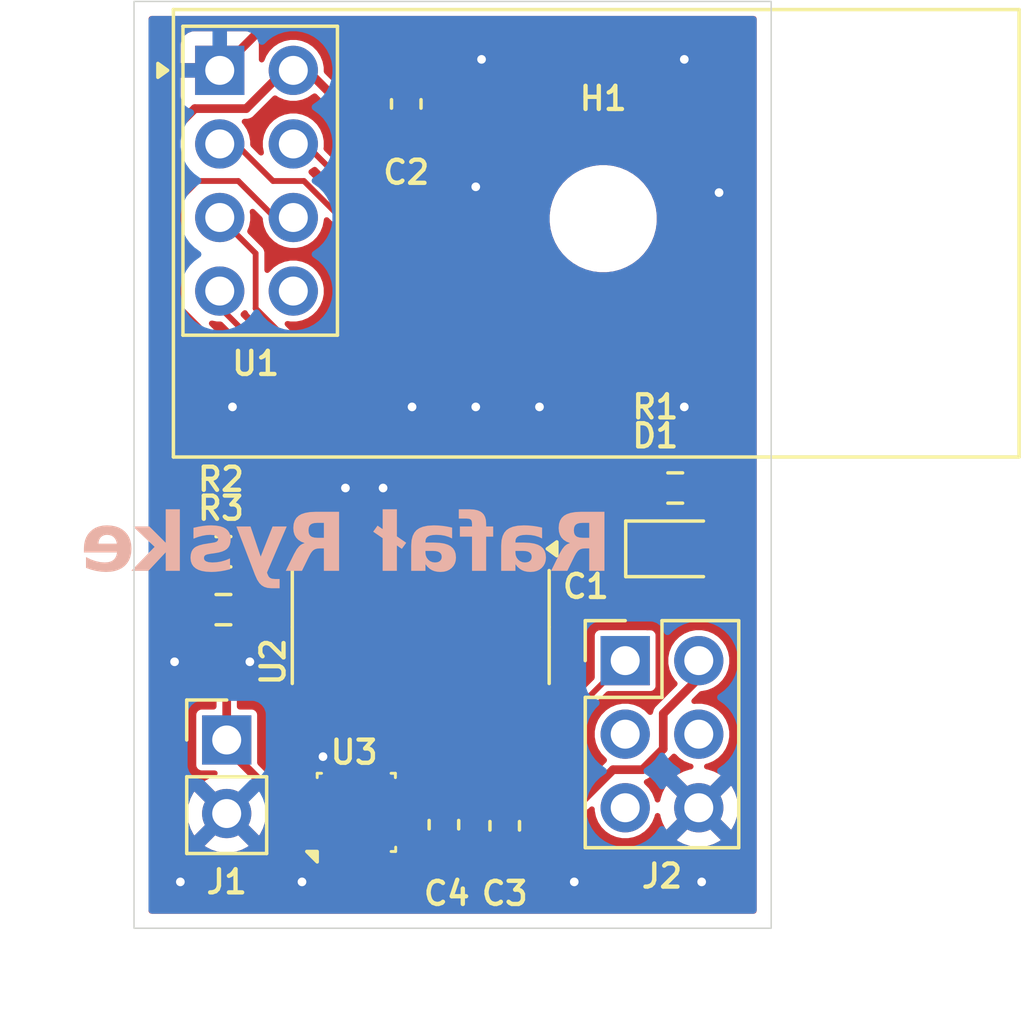
<source format=kicad_pcb>
(kicad_pcb (version 20241229) (generator "pcbnew") (generator_version "9.0")
  (layers (0 "F.Cu" signal) (2 "B.Cu" signal) (13 "F.Paste" user) (15 "B.Paste" user) (5 "F.SilkS" user "F.Silkscreen") (7 "B.SilkS" user "B.Silkscreen") (1 "F.Mask" user) (3 "B.Mask" user) (25 "Edge.Cuts" user))
  (net 0 "")
  (net 1 "GND")
  (net 2 "VDD")
  (net 5 "/UPDI")
  (net 7 "Net-(D1-A)")
  (net 8 "Net-(U2-PA6)")
  (net 9 "/BME_SCL")
  (net 10 "/BME_SDA")
  (net 11 "/CSN_CSN")
  (net 12 "/NRF_SCK")
  (net 14 "/NRF_CE")
  (net 15 "/NRF_MISO")
  (net 16 "/NRF_MOSI")
  (footprint "Connector_PinHeader_2.54mm:PinHeader_1x02_P2.54mm_Vertical" (layer "F.Cu") (at 72.2 45.5)
    (property "Reference" "J1" (at 0 4.9 0) (layer "F.SilkS") (effects (font (size 0.8 0.8))))
    (property "Value" "Zasilanie")
    (fp_line (start -1.38 -1.38) (end 0 -1.38) (stroke (width 0.12)) (layer "F.SilkS"))
    (fp_line (start -1.38 0) (end -1.38 -1.38) (stroke (width 0.12)) (layer "F.SilkS"))
    (fp_line (start -1.38 1.27) (end -1.38 3.92) (stroke (width 0.12)) (layer "F.SilkS"))
    (fp_line (start -1.38 1.27) (end 1.38 1.27) (stroke (width 0.12)) (layer "F.SilkS"))
    (fp_line (start -1.38 3.92) (end 1.38 3.92) (stroke (width 0.12)) (layer "F.SilkS"))
    (fp_line (start 1.38 1.27) (end 1.38 3.92) (stroke (width 0.12)) (layer "F.SilkS"))
    (pad "1" thru_hole rect (at 0 0) (size 1.7 1.7) (drill 1) (layers "*.Cu" "*.Mask") (net 2 "VDD"))
    (pad "2" thru_hole circle (at 0 2.54) (size 1.7 1.7) (drill 1) (layers "*.Cu" "*.Mask") (net 1 "GND"))
  )
  (footprint "LED_SMD:LED_0805_2012Metric" (layer "F.Cu") (at 87.6625 38.9)
    (property "Reference" "D1" (at -0.6625 -3.9 0) (layer "F.SilkS") (effects (font (size 0.8 0.8))))
    (property "Value" "LTST-C171KGKT")
    (fp_line (start -1.685 -0.96) (end -1.685 0.96) (stroke (width 0.12)) (layer "F.SilkS"))
    (fp_line (start -1.685 0.96) (end 1 0.96) (stroke (width 0.12)) (layer "F.SilkS"))
    (fp_line (start 1 -0.96) (end -1.685 -0.96) (stroke (width 0.12)) (layer "F.SilkS"))
    (pad "1" smd roundrect (at -0.9375 0) (size 0.975 1.4) (layers "F.Cu" "F.Mask" "F.Paste") (net 1 "GND"))
    (pad "2" smd roundrect (at 0.9375 0) (size 0.975 1.4) (layers "F.Cu" "F.Mask" "F.Paste") (net 7 "Net-(D1-A)"))
  )
  (footprint "MountingHole:MountingHole_3.2mm_M3" (layer "F.Cu") (at 85.2 27.5)
    (property "Reference" "H1" (at 0 -4.15 0) (layer "F.SilkS") (effects (font (size 0.8 0.8))))
    (property "Value" "MountingHole")
    (pad "" np_thru_hole circle (at 0 0) (size 3.2 3.2) (drill 3.2) (layers "*.Cu" "*.Mask"))
  )
  (footprint "Resistor_SMD:R_0603_1608Metric_Pad0.98x0.95mm_HandSolder" (layer "F.Cu") (at 72.0875 41 180)
    (property "Reference" "R3" (at 0.0875 3.5 0) (layer "F.SilkS") (effects (font (size 0.8 0.8))))
    (property "Value" "4k7")
    (fp_line (start -0.254724 0.5225) (end 0.254724 0.5225) (stroke (width 0.12)) (layer "F.SilkS"))
    (fp_line (start -0.254724 -0.5225) (end 0.254724 -0.5225) (stroke (width 0.12)) (layer "F.SilkS"))
    (pad "1" smd roundrect (at -0.9125 0 180) (size 0.975 0.95) (layers "F.Cu" "F.Mask" "F.Paste") (net 10 "/BME_SDA"))
    (pad "2" smd roundrect (at 0.9125 0 180) (size 0.975 0.95) (layers "F.Cu" "F.Mask" "F.Paste") (net 2 "VDD"))
  )
  (footprint "Resistor_SMD:R_0603_1608Metric_Pad0.98x0.95mm_HandSolder" (layer "F.Cu") (at 87.6875 36.8 180)
    (property "Reference" "R1" (at 0.6875 2.8 0) (layer "F.SilkS") (effects (font (size 0.8 0.8))))
    (property "Value" "240")
    (fp_line (start -0.254724 0.5225) (end 0.254724 0.5225) (stroke (width 0.12)) (layer "F.SilkS"))
    (fp_line (start -0.254724 -0.5225) (end 0.254724 -0.5225) (stroke (width 0.12)) (layer "F.SilkS"))
    (pad "1" smd roundrect (at -0.9125 0 180) (size 0.975 0.95) (layers "F.Cu" "F.Mask" "F.Paste") (net 7 "Net-(D1-A)"))
    (pad "2" smd roundrect (at 0.9125 0 180) (size 0.975 0.95) (layers "F.Cu" "F.Mask" "F.Paste") (net 8 "Net-(U2-PA6)"))
  )
  (footprint "RF_Module:nRF24L01_Breakout" (layer "F.Cu") (at 71.96 22.38)
    (property "Reference" "U1" (at 1.24 10.12 0) (layer "F.SilkS") (effects (font (size 0.8 0.8))))
    (property "Value" "NRF24L01_Breakout")
    (fp_line (start -1.6 -2.1) (end -1.6 -2.1) (stroke (width 0.12)) (layer "F.SilkS"))
    (fp_line (start -1.6 -2.1) (end 27.6 -2.1) (stroke (width 0.12)) (layer "F.SilkS"))
    (fp_line (start -1.6 13.35) (end -1.6 -2.1) (stroke (width 0.12)) (layer "F.SilkS"))
    (fp_line (start -1.27 -1.524) (end -1.27 -1.524) (stroke (width 0.12)) (layer "F.SilkS"))
    (fp_line (start -1.27 -1.524) (end 4.064 -1.524) (stroke (width 0.12)) (layer "F.SilkS"))
    (fp_line (start -1.27 9.144) (end -1.27 -1.524) (stroke (width 0.12)) (layer "F.SilkS"))
    (fp_line (start -1.27 9.144) (end -1.27 9.144) (stroke (width 0.12)) (layer "F.SilkS"))
    (fp_line (start 4.064 -1.524) (end 4.064 9.144) (stroke (width 0.12)) (layer "F.SilkS"))
    (fp_line (start 4.064 9.144) (end -1.27 9.144) (stroke (width 0.12)) (layer "F.SilkS"))
    (fp_line (start 27.6 -2.1) (end 27.6 13.35) (stroke (width 0.12)) (layer "F.SilkS"))
    (fp_line (start 27.6 13.35) (end -1.6 13.35) (stroke (width 0.12)) (layer "F.SilkS"))
    (fp_poly (pts (xy -1.8 0) (xy -2.136 0.24) (xy -2.136 -0.24) (xy -1.8 0)) (stroke (width 0.12)) (fill yes) (layer "F.SilkS"))
    (pad "1" thru_hole rect (at 0 0) (size 1.7 1.7) (drill 1) (layers "*.Cu" "*.Mask") (net 1 "GND"))
    (pad "2" thru_hole circle (at 2.54 0) (size 1.7 1.7) (drill 1) (layers "*.Cu" "*.Mask") (net 2 "VDD"))
    (pad "3" thru_hole circle (at 0 2.54) (size 1.7 1.7) (drill 1) (layers "*.Cu" "*.Mask") (net 14 "/NRF_CE"))
    (pad "4" thru_hole circle (at 2.54 2.54) (size 1.7 1.7) (drill 1) (layers "*.Cu" "*.Mask") (net 11 "/CSN_CSN"))
    (pad "5" thru_hole circle (at 0 5.08) (size 1.7 1.7) (drill 1) (layers "*.Cu" "*.Mask") (net 12 "/NRF_SCK"))
    (pad "6" thru_hole circle (at 2.54 5.08) (size 1.7 1.7) (drill 1) (layers "*.Cu" "*.Mask") (net 16 "/NRF_MOSI"))
    (pad "7" thru_hole circle (at 0 7.62) (size 1.7 1.7) (drill 1) (layers "*.Cu" "*.Mask") (net 15 "/NRF_MISO"))
    (pad "8" thru_hole circle (at 2.54 7.62) (size 1.7 1.7) (drill 1) (layers "*.Cu" "*.Mask"))
  )
  (footprint "biblioteka_stacja:Bosch_LGA-8_2.5x2.5mm_P0.65mm_ClockwisePinNumbering" (layer "F.Cu") (at 76.675 48 90)
    (property "Reference" "U3" (at 2.075 -0.075 0) (layer "F.SilkS") (effects (font (size 0.8 0.8))))
    (property "Value" "BME280")
    (fp_line (start 1.35 -1.35) (end 1.35 -1.2) (stroke (width 0.1)) (layer "F.SilkS"))
    (fp_line (start 1.2 -1.35) (end 1.35 -1.35) (stroke (width 0.1)) (layer "F.SilkS"))
    (fp_line (start 1.35 1.35) (end 1.35 1.2) (stroke (width 0.1)) (layer "F.SilkS"))
    (fp_line (start 1.35 1.35) (end 1.2 1.35) (stroke (width 0.1)) (layer "F.SilkS"))
    (fp_line (start -1.35 1.35) (end -1.35 1.2) (stroke (width 0.1)) (layer "F.SilkS"))
    (fp_line (start -1.35 1.36) (end -1.2 1.36) (stroke (width 0.1)) (layer "F.SilkS"))
    (fp_poly (pts (xy -1.35 -1.35) (xy -1.71 -1.35) (xy -1.35 -1.71) (xy -1.35 -1.35)) (stroke (width 0.12)) (fill yes) (layer "F.SilkS"))
    (pad "1" smd rect (at -0.975 -1.275 180) (size 1 0.35) (layers "F.Cu" "F.Mask" "F.Paste") (net 1 "GND"))
    (pad "2" smd rect (at -0.325 -1.275 180) (size 1 0.35) (layers "F.Cu" "F.Mask" "F.Paste") (net 2 "VDD"))
    (pad "3" smd rect (at 0.325 -1.275 180) (size 1 0.35) (layers "F.Cu" "F.Mask" "F.Paste") (net 10 "/BME_SDA"))
    (pad "4" smd rect (at 0.975 -1.275 180) (size 1 0.35) (layers "F.Cu" "F.Mask" "F.Paste") (net 9 "/BME_SCL"))
    (pad "5" smd rect (at 0.975 1.275 180) (size 1 0.35) (layers "F.Cu" "F.Mask" "F.Paste") (net 1 "GND"))
    (pad "6" smd rect (at 0.325 1.275 180) (size 1 0.35) (layers "F.Cu" "F.Mask" "F.Paste") (net 2 "VDD"))
    (pad "7" smd rect (at -0.325 1.275 180) (size 1 0.35) (layers "F.Cu" "F.Mask" "F.Paste") (net 1 "GND"))
    (pad "8" smd rect (at -0.975 1.275 180) (size 1 0.35) (layers "F.Cu" "F.Mask" "F.Paste") (net 2 "VDD"))
  )
  (footprint "Connector_PinHeader_2.54mm:PinHeader_2x03_P2.54mm_Vertical" (layer "F.Cu") (at 85.96 42.76)
    (property "Reference" "J2" (at 1.27 7.44 0) (layer "F.SilkS") (effects (font (size 0.8 0.8))))
    (property "Value" "Programator")
    (fp_line (start -1.38 -1.38) (end 0 -1.38) (stroke (width 0.12)) (layer "F.SilkS"))
    (fp_line (start -1.38 0) (end -1.38 -1.38) (stroke (width 0.12)) (layer "F.SilkS"))
    (fp_line (start -1.38 1.27) (end -1.38 6.46) (stroke (width 0.12)) (layer "F.SilkS"))
    (fp_line (start -1.38 1.27) (end 1.27 1.27) (stroke (width 0.12)) (layer "F.SilkS"))
    (fp_line (start -1.38 6.46) (end 3.92 6.46) (stroke (width 0.12)) (layer "F.SilkS"))
    (fp_line (start 1.27 -1.38) (end 3.92 -1.38) (stroke (width 0.12)) (layer "F.SilkS"))
    (fp_line (start 1.27 1.27) (end 1.27 -1.38) (stroke (width 0.12)) (layer "F.SilkS"))
    (fp_line (start 3.92 -1.38) (end 3.92 6.46) (stroke (width 0.12)) (layer "F.SilkS"))
    (pad "1" thru_hole rect (at 0 0) (size 1.7 1.7) (drill 1) (layers "*.Cu" "*.Mask") (net 5 "/UPDI"))
    (pad "2" thru_hole circle (at 2.54 0) (size 1.7 1.7) (drill 1) (layers "*.Cu" "*.Mask") (net 2 "VDD"))
    (pad "3" thru_hole circle (at 0 2.54) (size 1.7 1.7) (drill 1) (layers "*.Cu" "*.Mask"))
    (pad "4" thru_hole circle (at 2.54 2.54) (size 1.7 1.7) (drill 1) (layers "*.Cu" "*.Mask"))
    (pad "5" thru_hole circle (at 0 5.08) (size 1.7 1.7) (drill 1) (layers "*.Cu" "*.Mask"))
    (pad "6" thru_hole circle (at 2.54 5.08) (size 1.7 1.7) (drill 1) (layers "*.Cu" "*.Mask") (net 1 "GND"))
  )
  (footprint "Capacitor_SMD:C_0603_1608Metric_Pad1.08x0.95mm_HandSolder" (layer "F.Cu") (at 81.8 48.4625 -90)
    (property "Reference" "C3" (at 2.3375 0 180) (layer "F.SilkS") (effects (font (size 0.8 0.8))))
    (property "Value" "C_Small")
    (fp_line (start -0.146267 0.51) (end 0.146267 0.51) (stroke (width 0.12)) (layer "F.SilkS"))
    (fp_line (start -0.146267 -0.51) (end 0.146267 -0.51) (stroke (width 0.12)) (layer "F.SilkS"))
    (pad "1" smd roundrect (at -0.8625 0 270) (size 1.075 0.95) (layers "F.Cu" "F.Mask" "F.Paste") (net 2 "VDD"))
    (pad "2" smd roundrect (at 0.8625 0 270) (size 1.075 0.95) (layers "F.Cu" "F.Mask" "F.Paste") (net 1 "GND"))
  )
  (footprint "Package_SO:SOIC-14_3.9x8.7mm_P1.27mm" (layer "F.Cu") (at 78.9 41.6 -90)
    (property "Reference" "U2" (at 1.2 5.1 270) (layer "F.SilkS") (effects (font (size 0.8 0.8))))
    (property "Value" "ATtiny414-SS")
    (fp_line (start 0 4.435) (end -1.95 4.435) (stroke (width 0.12)) (layer "F.SilkS"))
    (fp_line (start 0 4.435) (end 1.95 4.435) (stroke (width 0.12)) (layer "F.SilkS"))
    (fp_line (start 0 -4.435) (end -1.95 -4.435) (stroke (width 0.12)) (layer "F.SilkS"))
    (fp_line (start 0 -4.435) (end 1.95 -4.435) (stroke (width 0.12)) (layer "F.SilkS"))
    (fp_poly (pts (xy -2.7 -4.37) (xy -2.94 -4.7) (xy -2.46 -4.7)) (stroke (width 0.12)) (fill yes) (layer "F.SilkS"))
    (pad "1" smd roundrect (at -2.475 -3.81 270) (size 1.95 0.6) (layers "F.Cu" "F.Mask" "F.Paste") (net 2 "VDD"))
    (pad "2" smd roundrect (at -2.475 -2.54 270) (size 1.95 0.6) (layers "F.Cu" "F.Mask" "F.Paste") (net 11 "/CSN_CSN"))
    (pad "3" smd roundrect (at -2.475 -1.27 270) (size 1.95 0.6) (layers "F.Cu" "F.Mask" "F.Paste") (net 14 "/NRF_CE"))
    (pad "4" smd roundrect (at -2.475 0 270) (size 1.95 0.6) (layers "F.Cu" "F.Mask" "F.Paste") (net 8 "Net-(U2-PA6)"))
    (pad "5" smd roundrect (at -2.475 1.27 270) (size 1.95 0.6) (layers "F.Cu" "F.Mask" "F.Paste"))
    (pad "6" smd roundrect (at -2.475 2.54 270) (size 1.95 0.6) (layers "F.Cu" "F.Mask" "F.Paste"))
    (pad "7" smd roundrect (at -2.475 3.81 270) (size 1.95 0.6) (layers "F.Cu" "F.Mask" "F.Paste"))
    (pad "8" smd roundrect (at 2.475 3.81 270) (size 1.95 0.6) (layers "F.Cu" "F.Mask" "F.Paste") (net 10 "/BME_SDA"))
    (pad "9" smd roundrect (at 2.475 2.54 270) (size 1.95 0.6) (layers "F.Cu" "F.Mask" "F.Paste") (net 9 "/BME_SCL"))
    (pad "10" smd roundrect (at 2.475 1.27 270) (size 1.95 0.6) (layers "F.Cu" "F.Mask" "F.Paste") (net 5 "/UPDI"))
    (pad "11" smd roundrect (at 2.475 0 270) (size 1.95 0.6) (layers "F.Cu" "F.Mask" "F.Paste") (net 16 "/NRF_MOSI"))
    (pad "12" smd roundrect (at 2.475 -1.27 270) (size 1.95 0.6) (layers "F.Cu" "F.Mask" "F.Paste") (net 15 "/NRF_MISO"))
    (pad "13" smd roundrect (at 2.475 -2.54 270) (size 1.95 0.6) (layers "F.Cu" "F.Mask" "F.Paste") (net 12 "/NRF_SCK"))
    (pad "14" smd roundrect (at 2.475 -3.81 270) (size 1.95 0.6) (layers "F.Cu" "F.Mask" "F.Paste") (net 1 "GND"))
  )
  (footprint "Capacitor_SMD:C_0603_1608Metric_Pad1.08x0.95mm_HandSolder" (layer "F.Cu") (at 84.6 37.9375 -90)
    (property "Reference" "C1" (at 2.2625 0 180) (layer "F.SilkS") (effects (font (size 0.8 0.8))))
    (property "Value" "C_Small")
    (fp_line (start -0.146267 0.51) (end 0.146267 0.51) (stroke (width 0.12)) (layer "F.SilkS"))
    (fp_line (start -0.146267 -0.51) (end 0.146267 -0.51) (stroke (width 0.12)) (layer "F.SilkS"))
    (pad "1" smd roundrect (at -0.8625 0 270) (size 1.075 0.95) (layers "F.Cu" "F.Mask" "F.Paste") (net 2 "VDD"))
    (pad "2" smd roundrect (at 0.8625 0 270) (size 1.075 0.95) (layers "F.Cu" "F.Mask" "F.Paste") (net 1 "GND"))
  )
  (footprint "Capacitor_SMD:C_0603_1608Metric_Pad1.08x0.95mm_HandSolder" (layer "F.Cu") (at 79.7 48.425 -90)
    (property "Reference" "C4" (at 2.375 -0.1 180) (layer "F.SilkS") (effects (font (size 0.8 0.8))))
    (property "Value" "C_Small")
    (fp_line (start -0.146267 0.51) (end 0.146267 0.51) (stroke (width 0.12)) (layer "F.SilkS"))
    (fp_line (start -0.146267 -0.51) (end 0.146267 -0.51) (stroke (width 0.12)) (layer "F.SilkS"))
    (pad "1" smd roundrect (at -0.8625 0 270) (size 1.075 0.95) (layers "F.Cu" "F.Mask" "F.Paste") (net 2 "VDD"))
    (pad "2" smd roundrect (at 0.8625 0 270) (size 1.075 0.95) (layers "F.Cu" "F.Mask" "F.Paste") (net 1 "GND"))
  )
  (footprint "Capacitor_SMD:C_0603_1608Metric_Pad1.08x0.95mm_HandSolder" (layer "F.Cu") (at 78.4 23.5375 90)
    (property "Reference" "C2" (at -2.3625 0 180) (layer "F.SilkS") (effects (font (size 0.8 0.8))))
    (property "Value" "C_Small")
    (fp_line (start -0.146267 -0.51) (end 0.146267 -0.51) (stroke (width 0.12)) (layer "F.SilkS"))
    (fp_line (start -0.146267 0.51) (end 0.146267 0.51) (stroke (width 0.12)) (layer "F.SilkS"))
    (pad "1" smd roundrect (at -0.8625 0 90) (size 1.075 0.95) (layers "F.Cu" "F.Mask" "F.Paste") (net 2 "VDD"))
    (pad "2" smd roundrect (at 0.8625 0 90) (size 1.075 0.95) (layers "F.Cu" "F.Mask" "F.Paste") (net 1 "GND"))
  )
  (footprint "Resistor_SMD:R_0603_1608Metric_Pad0.98x0.95mm_HandSolder" (layer "F.Cu") (at 72.0875 39 180)
    (property "Reference" "R2" (at 0.0875 2.5 0) (layer "F.SilkS") (effects (font (size 0.8 0.8))))
    (property "Value" "4k7")
    (fp_line (start -0.254724 0.5225) (end 0.254724 0.5225) (stroke (width 0.12)) (layer "F.SilkS"))
    (fp_line (start -0.254724 -0.5225) (end 0.254724 -0.5225) (stroke (width 0.12)) (layer "F.SilkS"))
    (pad "1" smd roundrect (at -0.9125 0 180) (size 0.975 0.95) (layers "F.Cu" "F.Mask" "F.Paste") (net 9 "/BME_SCL"))
    (pad "2" smd roundrect (at 0.9125 0 180) (size 0.975 0.95) (layers "F.Cu" "F.Mask" "F.Paste") (net 2 "VDD"))
  )
  (gr_rect (start 69 20) (end 91 52) (stroke (width 0.05)) (fill no) (layer "Edge.Cuts"))
  (gr_text "Rafał Ryske" (at 85.5 40 0) (layer "B.SilkS") (effects (font (size 2 2) (thickness 0.4) (bold yes)) (justify left bottom mirror)))
  (segment (start 85.600529 43.961) (end 87.161 43.961) (width 0.3) (layer "F.Cu") (net 1))
  (segment (start 78.9625 49.2875) (end 77.926 50.324) (width 0.3) (layer "F.Cu") (net 1))
  (segment (start 76.9 48.002) (end 76.9 47.2) (width 0.3) (layer "F.Cu") (net 1))
  (segment (start 86.725 41) (end 86.725 38.9) (width 0.3) (layer "F.Cu") (net 1))
  (segment (start 86.725 41) (end 90.101 41) (width 0.3) (layer "F.Cu") (net 1))
  (segment (start 77.374 50.324) (end 76.025 48.975) (width 0.3) (layer "F.Cu") (net 1))
  (segment (start 77.926 50.324) (end 77.374 50.324) (width 0.3) (layer "F.Cu") (net 1))
  (segment (start 84.6 38.8) (end 86.625 38.8) (width 0.3) (layer "F.Cu") (net 1))
  (segment (start 90.101 41) (end 90.101 26.101) (width 0.3) (layer "F.Cu") (net 1))
  (segment (start 77.325 22.675) (end 78.4 22.675) (width 0.3) (layer "F.Cu") (net 1))
  (segment (start 77.075 47.025) (end 77.7 47.025) (width 0.3) (layer "F.Cu") (net 1))
  (segment (start 86.675 22.675) (end 78.4 22.675) (width 0.3) (layer "F.Cu") (net 1))
  (segment (start 79.7375 49.325) (end 79.7 49.2875) (width 0.35) (layer "F.Cu") (net 1))
  (segment (start 73.24 21.1) (end 75.7 21.1) (width 0.3) (layer "F.Cu") (net 1))
  (segment (start 87.161 43.961) (end 87.161 41.559) (width 0.3) (layer "F.Cu") (net 1))
  (segment (start 88.5 47.84) (end 87.015 49.325) (width 0.3) (layer "F.Cu") (net 1))
  (segment (start 83.143265 46.418265) (end 85.600529 43.961) (width 0.3) (layer "F.Cu") (net 1))
  (segment (start 77.223 48.325) (end 76.9 48.002) (width 0.3) (layer "F.Cu") (net 1))
  (segment (start 87.161 41.559) (end 86.725 41.559) (width 0.3) (layer "F.Cu") (net 1))
  (segment (start 87.015 49.325) (end 81.8 49.325) (width 0.3) (layer "F.Cu") (net 1))
  (segment (start 75.7 21.1) (end 77.3 22.7) (width 0.3) (layer "F.Cu") (net 1))
  (segment (start 71.96 22.38) (end 73.24 21.1) (width 0.3) (layer "F.Cu") (net 1))
  (segment (start 77.95 47.025) (end 78.6 47.025) (width 0.3) (layer "F.Cu") (net 1))
  (segment (start 76.025 48.975) (end 73.135 48.975) (width 0.3) (layer "F.Cu") (net 1))
  (segment (start 77.7 48.325) (end 77.223 48.325) (width 0.3) (layer "F.Cu") (net 1))
  (segment (start 86.725 41.559) (end 86.725 41) (width 0.3) (layer "F.Cu") (net 1))
  (segment (start 76.9 47.2) (end 77.075 47.025) (width 0.3) (layer "F.Cu") (net 1))
  (segment (start 82.71 44.075) (end 82.71 42.49) (width 0.3) (layer "F.Cu") (net 1))
  (segment (start 81.8 49.325) (end 79.7375 49.325) (width 0.3) (layer "F.Cu") (net 1))
  (segment (start 84.6 40.6) (end 84.6 38.8) (width 0.3) (layer "F.Cu") (net 1))
  (segment (start 79.7 49.2875) (end 78.9625 49.2875) (width 0.3) (layer "F.Cu") (net 1))
  (segment (start 90.101 46.239) (end 90.101 41) (width 0.3) (layer "F.Cu") (net 1))
  (segment (start 88.5 47.84) (end 90.101 46.239) (width 0.3) (layer "F.Cu") (net 1))
  (segment (start 84.7 38.9) (end 84.6 38.8) (width 0.35) (layer "F.Cu") (net 1))
  (segment (start 86.625 38.8) (end 86.725 38.9) (width 0.3) (layer "F.Cu") (net 1))
  (segment (start 90.101 26.101) (end 86.675 22.675) (width 0.3) (layer "F.Cu") (net 1))
  (segment (start 73.135 48.975) (end 72.2 48.04) (width 0.3) (layer "F.Cu") (net 1))
  (segment (start 82.71 42.49) (end 84.6 40.6) (width 0.3) (layer "F.Cu") (net 1))
  (segment (start 79.206735 46.418265) (end 83.143265 46.418265) (width 0.3) (layer "F.Cu") (net 1))
  (segment (start 78.6 47.025) (end 79.206735 46.418265) (width 0.3) (layer "F.Cu") (net 1))
  (via (at 80.8 26.4) (size 0.6) (drill 0.3) (layers "F.Cu" "B.Cu") (net 1))
  (via (at 80.8 34) (size 0.6) (drill 0.3) (layers "F.Cu" "B.Cu") (net 1))
  (via (at 77.6 36.8) (size 0.6) (drill 0.3) (layers "F.Cu" "B.Cu") (net 1))
  (via (at 72.4 34) (size 0.6) (drill 0.3) (layers "F.Cu" "B.Cu") (net 1))
  (via (at 74.8 50.4) (size 0.6) (drill 0.3) (layers "F.Cu" "B.Cu") (net 1))
  (via (at 88 34) (size 0.6) (drill 0.3) (layers "F.Cu" "B.Cu") (net 1))
  (via (at 84.2 50.4) (size 0.6) (drill 0.3) (layers "F.Cu" "B.Cu") (net 1))
  (via (at 76.3 36.8) (size 0.6) (drill 0.3) (layers "F.Cu" "B.Cu") (net 1))
  (via (at 89.2 26.6) (size 0.6) (drill 0.3) (layers "F.Cu" "B.Cu") (net 1))
  (via (at 75.525 46.075) (size 0.6) (drill 0.3) (layers "F.Cu" "B.Cu") (net 1))
  (via (at 83 34) (size 0.6) (drill 0.3) (layers "F.Cu" "B.Cu") (net 1))
  (via (at 78.6 34) (size 0.6) (drill 0.3) (layers "F.Cu" "B.Cu") (net 1))
  (via (at 70.6 50.4) (size 0.6) (drill 0.3) (layers "F.Cu" "B.Cu") (net 1))
  (via (at 73 42.8) (size 0.6) (drill 0.3) (layers "F.Cu" "B.Cu") (net 1))
  (via (at 70.4 42.8) (size 0.6) (drill 0.3) (layers "F.Cu" "B.Cu") (net 1))
  (via (at 81 22) (size 0.6) (drill 0.3) (layers "F.Cu" "B.Cu") (net 1))
  (via (at 88.6 50.4) (size 0.6) (drill 0.3) (layers "F.Cu" "B.Cu") (net 1))
  (via (at 88 22) (size 0.6) (drill 0.3) (layers "F.Cu" "B.Cu") (net 1))
  (segment (start 78.55 48.975) (end 78.801 48.724) (width 0.3) (layer "F.Cu") (net 2))
  (segment (start 78.801 48.724) (end 78.801 47.9115) (width 0.3) (layer "F.Cu") (net 2))
  (segment (start 70 37) (end 71.175 38.175) (width 0.3) (layer "F.Cu") (net 2))
  (segment (start 76.125 48.325) (end 75.825 48.325) (width 0.3) (layer "F.Cu") (net 2))
  (segment (start 82.71 38.49) (end 82.71 39.125) (width 0.35) (layer "F.Cu") (net 2))
  (segment (start 70 24.8) (end 70 37) (width 0.3) (layer "F.Cu") (net 2))
  (segment (start 77 24.4) (end 78.4 24.4) (width 0.3) (layer "F.Cu") (net 2))
  (segment (start 79.7 47.5625) (end 81.7625 47.5625) (width 0.3) (layer "F.Cu") (net 2))
  (segment (start 74.5 22.38) (end 74.98 22.38) (width 0.3) (layer "F.Cu") (net 2))
  (segment (start 79.15 47.5625) (end 79.7 47.5625) (width 0.3) (layer "F.Cu") (net 2))
  (segment (start 87.274 44.590462) (end 88.5 43.364462) (width 0.3) (layer "F.Cu") (net 2))
  (segment (start 78.4 26.6) (end 84.6 32.8) (width 0.3) (layer "F.Cu") (net 2))
  (segment (start 72.875 23.7) (end 71.1 23.7) (width 0.3) (layer "F.Cu") (net 2))
  (segment (start 78.801 47.9115) (end 79.15 47.5625) (width 0.3) (layer "F.Cu") (net 2))
  (segment (start 84.125 37.075) (end 83.525 37.075) (width 0.3) (layer "F.Cu") (net 2))
  (segment (start 84.6 32.8) (end 84.6 37.075) (width 0.3) (layer "F.Cu") (net 2))
  (segment (start 77.7 48.975) (end 78.025 48.975) (width 0.35) (layer "F.Cu") (net 2))
  (segment (start 72.2 42.025) (end 71.175 41) (width 0.3) (layer "F.Cu") (net 2))
  (segment (start 87.274 45.807826) (end 87.274 44.590462) (width 0.3) (layer "F.Cu") (net 2))
  (segment (start 74.195 22.38) (end 72.875 23.7) (width 0.3) (layer "F.Cu") (net 2))
  (segment (start 74.5 22.38) (end 74.195 22.38) (width 0.3) (layer "F.Cu") (net 2))
  (segment (start 71.175 41) (end 71.175 39) (width 0.3) (layer "F.Cu") (net 2))
  (segment (start 84.6 37.075) (end 84.125 37.075) (width 0.35) (layer "F.Cu") (net 2))
  (segment (start 82.71 37.89) (end 82.71 38.49) (width 0.3) (layer "F.Cu") (net 2))
  (segment (start 78.4 24.4) (end 78.4 26.6) (width 0.3) (layer "F.Cu") (net 2))
  (segment (start 75.65 48.325) (end 74.75 48.325) (width 0.3) (layer "F.Cu") (net 2))
  (segment (start 81.7625 47.5625) (end 81.8 47.6) (width 0.35) (layer "F.Cu") (net 2))
  (segment (start 77.7 47.675) (end 79.0375 47.675) (width 0.3) (layer "F.Cu") (net 2))
  (segment (start 79.0375 47.675) (end 79.15 47.5625) (width 0.3) (layer "F.Cu") (net 2))
  (segment (start 74.98 22.38) (end 77 24.4) (width 0.3) (layer "F.Cu") (net 2))
  (segment (start 74.75 48.325) (end 72.2 45.775) (width 0.3) (layer "F.Cu") (net 2))
  (segment (start 84.466174 47.6) (end 85.540174 46.526) (width 0.3) (layer "F.Cu") (net 2))
  (segment (start 71.1 23.7) (end 70 24.8) (width 0.3) (layer "F.Cu") (net 2))
  (segment (start 88.5 43.364462) (end 88.5 42.76) (width 0.35) (layer "F.Cu") (net 2))
  (segment (start 81.8 47.6) (end 84.466174 47.6) (width 0.3) (layer "F.Cu") (net 2))
  (segment (start 83.525 37.075) (end 82.71 37.89) (width 0.3) (layer "F.Cu") (net 2))
  (segment (start 85.540174 46.526) (end 86.555826 46.526) (width 0.3) (layer "F.Cu") (net 2))
  (segment (start 71.175 38.175) (end 71.175 39) (width 0.3) (layer "F.Cu") (net 2))
  (segment (start 77.95 48.975) (end 78.55 48.975) (width 0.3) (layer "F.Cu") (net 2))
  (segment (start 72.2 45.5) (end 72.2 42.025) (width 0.3) (layer "F.Cu") (net 2))
  (segment (start 72.2 45.775) (end 72.2 45.5) (width 0.3) (layer "F.Cu") (net 2))
  (segment (start 86.555826 46.526) (end 87.274 45.807826) (width 0.3) (layer "F.Cu") (net 2))
  (segment (start 76.775 48.975) (end 76.125 48.325) (width 0.3) (layer "F.Cu") (net 2))
  (segment (start 77.7 48.975) (end 76.775 48.975) (width 0.3) (layer "F.Cu") (net 2))
  (segment (start 77.63 44.075) (end 77.63 45.049999) (width 0.2) (layer "F.Cu") (net 5))
  (segment (start 77.63 45.049999) (end 78.080001 45.5) (width 0.2) (layer "F.Cu") (net 5))
  (segment (start 78.080001 45.5) (end 83.22 45.5) (width 0.2) (layer "F.Cu") (net 5))
  (segment (start 83.22 45.5) (end 85.96 42.76) (width 0.2) (layer "F.Cu") (net 5))
  (segment (start 88.6 38.9) (end 88.6 36.8) (width 0.2) (layer "F.Cu") (net 7))
  (segment (start 78.9 40.099999) (end 79.700001 40.9) (width 0.2) (layer "F.Cu") (net 8))
  (segment (start 83.824 39.627968) (end 83.824 38.270366) (width 0.2) (layer "F.Cu") (net 8))
  (segment (start 79.700001 40.9) (end 82.551968 40.9) (width 0.2) (layer "F.Cu") (net 8))
  (segment (start 85.6615 37.9135) (end 86.775 36.8) (width 0.2) (layer "F.Cu") (net 8))
  (segment (start 82.551968 40.9) (end 83.824 39.627968) (width 0.2) (layer "F.Cu") (net 8))
  (segment (start 83.824 38.270366) (end 84.180866 37.9135) (width 0.2) (layer "F.Cu") (net 8))
  (segment (start 84.180866 37.9135) (end 85.6615 37.9135) (width 0.2) (layer "F.Cu") (net 8))
  (segment (start 78.9 39.125) (end 78.9 40.099999) (width 0.2) (layer "F.Cu") (net 8))
  (segment (start 74.175 40.55) (end 76.36 42.735) (width 0.2) (layer "F.Cu") (net 9))
  (segment (start 74.175 39.375) (end 74.175 40.55) (width 0.2) (layer "F.Cu") (net 9))
  (segment (start 76.125 47.025) (end 76.36 46.79) (width 0.2) (layer "F.Cu") (net 9))
  (segment (start 76.36 46.79) (end 76.36 44.075) (width 0.2) (layer "F.Cu") (net 9))
  (segment (start 73 39) (end 73.8 39) (width 0.2) (layer "F.Cu") (net 9))
  (segment (start 75.65 47.025) (end 76.125 47.025) (width 0.2) (layer "F.Cu") (net 9))
  (segment (start 73.8 39) (end 74.175 39.375) (width 0.2) (layer "F.Cu") (net 9))
  (segment (start 76.36 42.735) (end 76.36 44.075) (width 0.2) (layer "F.Cu") (net 9))
  (segment (start 75.09 44.075) (end 75.09 42.34) (width 0.2) (layer "F.Cu") (net 10))
  (segment (start 75.4 47.675) (end 74.773 47.675) (width 0.2) (layer "F.Cu") (net 10))
  (segment (start 74.225 46.5) (end 75.09 45.635) (width 0.2) (layer "F.Cu") (net 10))
  (segment (start 74.225 47.127) (end 74.225 46.5) (width 0.2) (layer "F.Cu") (net 10))
  (segment (start 75.09 45.635) (end 75.09 45.45) (width 0.2) (layer "F.Cu") (net 10))
  (segment (start 75.09 44.075) (end 75.09 45.45) (width 0.2) (layer "F.Cu") (net 10))
  (segment (start 74.773 47.675) (end 74.225 47.127) (width 0.2) (layer "F.Cu") (net 10))
  (segment (start 73.75 41) (end 73 41) (width 0.2) (layer "F.Cu") (net 10))
  (segment (start 75.09 42.34) (end 73.75 41) (width 0.2) (layer "F.Cu") (net 10))
  (segment (start 75.2 47.675) (end 75.65 47.675) (width 0.2) (layer "F.Cu") (net 10))
  (segment (start 74.913367 24.92) (end 74.5 24.92) (width 0.2) (layer "F.Cu") (net 11))
  (segment (start 81.44 39.125) (end 81.44 31.446633) (width 0.2) (layer "F.Cu") (net 11))
  (segment (start 81.44 31.446633) (end 74.913367 24.92) (width 0.2) (layer "F.Cu") (net 11))
  (segment (start 78.299 40.140968) (end 78.299 35.699) (width 0.2) (layer "F.Cu") (net 12))
  (segment (start 81.44 44.075) (end 81.44 42.79) (width 0.2) (layer "F.Cu") (net 12))
  (segment (start 73.2 28.7) (end 71.96 27.46) (width 0.2) (layer "F.Cu") (net 12))
  (segment (start 79.459032 41.301) (end 78.299 40.140968) (width 0.2) (layer "F.Cu") (net 12))
  (segment (start 78.299 35.699) (end 73.2 30.6) (width 0.2) (layer "F.Cu") (net 12))
  (segment (start 73.2 30.6) (end 73.2 28.7) (width 0.2) (layer "F.Cu") (net 12))
  (segment (start 81.44 42.79) (end 79.951 41.301) (width 0.2) (layer "F.Cu") (net 12))
  (segment (start 79.951 41.301) (end 79.459032 41.301) (width 0.2) (layer "F.Cu") (net 12))
  (segment (start 74.86776 26.2) (end 73.8 26.2) (width 0.2) (layer "F.Cu") (net 14))
  (segment (start 72.52 24.92) (end 71.96 24.92) (width 0.2) (layer "F.Cu") (net 14))
  (segment (start 80.17 31.50224) (end 74.86776 26.2) (width 0.2) (layer "F.Cu") (net 14))
  (segment (start 80.17 39.125) (end 80.17 31.50224) (width 0.2) (layer "F.Cu") (net 14))
  (segment (start 73.8 26.2) (end 72.52 24.92) (width 0.2) (layer "F.Cu") (net 14))
  (segment (start 76.961 35.561) (end 71.96 30.56) (width 0.2) (layer "F.Cu") (net 15))
  (segment (start 79.414984 42.014984) (end 78.835016 42.014984) (width 0.2) (layer "F.Cu") (net 15))
  (segment (start 80.17 42.77) (end 79.414984 42.014984) (width 0.2) (layer "F.Cu") (net 15))
  (segment (start 80.17 44.075) (end 80.17 42.77) (width 0.2) (layer "F.Cu") (net 15))
  (segment (start 78.835016 42.014984) (end 76.961 40.140968) (width 0.2) (layer "F.Cu") (net 15))
  (segment (start 76.961 40.140968) (end 76.961 35.561) (width 0.2) (layer "F.Cu") (net 15))
  (segment (start 71.96 30.56) (end 71.96 30) (width 0.2) (layer "F.Cu") (net 15))
  (segment (start 78.687484 42.587484) (end 78.137516 42.587484) (width 0.2) (layer "F.Cu") (net 16))
  (segment (start 78.9 42.8) (end 78.687484 42.587484) (width 0.2) (layer "F.Cu") (net 16))
  (segment (start 70.601 26.799) (end 71.2 26.2) (width 0.2) (layer "F.Cu") (net 16))
  (segment (start 73.86 27.46) (end 74.5 27.46) (width 0.2) (layer "F.Cu") (net 16))
  (segment (start 78.137516 42.587484) (end 75.691 40.140968) (width 0.2) (layer "F.Cu") (net 16))
  (segment (start 71.2 26.2) (end 72.6 26.2) (width 0.2) (layer "F.Cu") (net 16))
  (segment (start 72.6 26.2) (end 73.86 27.46) (width 0.2) (layer "F.Cu") (net 16))
  (segment (start 75.691 40.140968) (end 75.691 35.691) (width 0.2) (layer "F.Cu") (net 16))
  (segment (start 78.9 44.075) (end 78.9 42.8) (width 0.2) (layer "F.Cu") (net 16))
  (segment (start 75.691 35.691) (end 70.601 30.601) (width 0.2) (layer "F.Cu") (net 16))
  (segment (start 70.601 30.601) (end 70.601 26.799) (width 0.2) (layer "F.Cu") (net 16))
  (zone (net 1) (net_name "GND") (layer "F.Cu") (connect_pads (clearance 0.2)) (min_thickness 0.2) (fill yes (thermal_gap 0.5) (thermal_bridge_width 0.5))
    (polygon (pts (xy 69 20) (xy 91 20) (xy 91 52) (xy 69 52)))
  )
  (zone (net 1) (net_name "GND") (layer "B.Cu") (priority 1) (connect_pads (clearance 0.5)) (min_thickness 0.25) (fill yes (thermal_gap 0.5) (thermal_bridge_width 0.5))
    (polygon (pts (xy 69 20) (xy 91 20) (xy 91 52) (xy 69 52)))
  )
)
</source>
